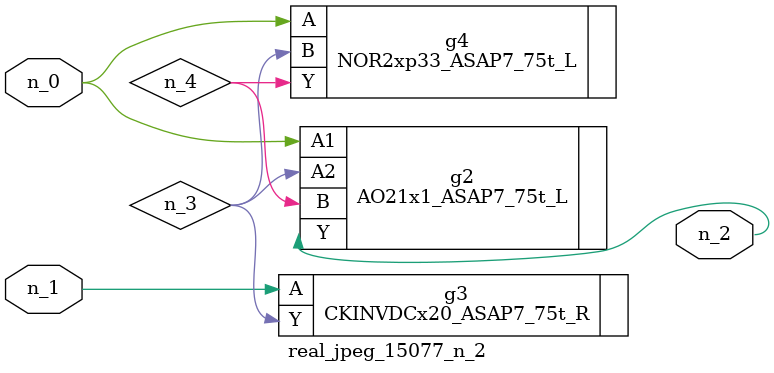
<source format=v>
module real_jpeg_15077_n_2 (n_1, n_0, n_2);

input n_1;
input n_0;

output n_2;

wire n_4;
wire n_3;

AO21x1_ASAP7_75t_L g2 ( 
.A1(n_0),
.A2(n_3),
.B(n_4),
.Y(n_2)
);

NOR2xp33_ASAP7_75t_L g4 ( 
.A(n_0),
.B(n_3),
.Y(n_4)
);

CKINVDCx20_ASAP7_75t_R g3 ( 
.A(n_1),
.Y(n_3)
);


endmodule
</source>
